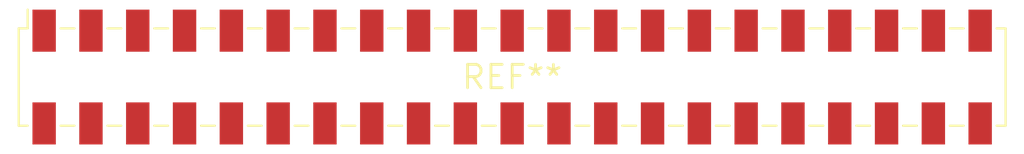
<source format=kicad_pcb>
(kicad_pcb (version 20240108) (generator pcbnew)
  (layers (0 "F.Cu" signal) (31 "B.Cu" signal) (34 "B.Paste" user) (35 "F.Paste" user) (36 "B.SilkS" user "B.Silkscreen") (37 "F.SilkS" user "F.Silkscreen") (38 "B.Mask" user) (39 "F.Mask" user) (44 "Edge.Cuts" user))
  (net 0 "")
  (footprint "Samtec_HLE-121-02-xxx-DV_2x21_P2.54mm_Horizontal" (layer "F.Cu") (at 0 0)
    (property "Reference" "REF**")
    (property "Value" "Samtec_HLE-121-02-xxx-DV_2x21_P2.54mm_Horizontal")
    (fp_line (start -26.78 -2.65) (end -26.78 2.65) (layer "F.SilkS") (stroke (width 0.12)))
    (fp_line (start -26.78 2.65) (end -26.295 2.65) (layer "F.SilkS") (stroke (width 0.12)))
    (fp_line (start -26.295 -3.67) (end -26.295 -2.65) (layer "F.SilkS") (stroke (width 0.12)))
    (fp_line (start -26.295 -2.65) (end -26.78 -2.65) (layer "F.SilkS") (stroke (width 0.12)))
    (fp_line (start -24.505 -2.65) (end -23.755 -2.65) (layer "F.SilkS") (stroke (width 0.12)))
    (fp_line (start -24.505 2.65) (end -23.755 2.65) (layer "F.SilkS") (stroke (width 0.12)))
    (fp_line (start -21.965 -2.65) (end -21.215 -2.65) (layer "F.SilkS") (stroke (width 0.12)))
    (fp_line (start -21.965 2.65) (end -21.215 2.65) (layer "F.SilkS") (stroke (width 0.12)))
    (fp_line (start -19.425 -2.65) (end -18.675 -2.65) (layer "F.SilkS") (stroke (width 0.12)))
    (fp_line (start -19.425 2.65) (end -18.675 2.65) (layer "F.SilkS") (stroke (width 0.12)))
    (fp_line (start -16.885 -2.65) (end -16.135 -2.65) (layer "F.SilkS") (stroke (width 0.12)))
    (fp_line (start -16.885 2.65) (end -16.135 2.65) (layer "F.SilkS") (stroke (width 0.12)))
    (fp_line (start -14.345 -2.65) (end -13.595 -2.65) (layer "F.SilkS") (stroke (width 0.12)))
    (fp_line (start -14.345 2.65) (end -13.595 2.65) (layer "F.SilkS") (stroke (width 0.12)))
    (fp_line (start -11.805 -2.65) (end -11.055 -2.65) (layer "F.SilkS") (stroke (width 0.12)))
    (fp_line (start -11.805 2.65) (end -11.055 2.65) (layer "F.SilkS") (stroke (width 0.12)))
    (fp_line (start -9.265 -2.65) (end -8.515 -2.65) (layer "F.SilkS") (stroke (width 0.12)))
    (fp_line (start -9.265 2.65) (end -8.515 2.65) (layer "F.SilkS") (stroke (width 0.12)))
    (fp_line (start -6.725 -2.65) (end -5.975 -2.65) (layer "F.SilkS") (stroke (width 0.12)))
    (fp_line (start -6.725 2.65) (end -5.975 2.65) (layer "F.SilkS") (stroke (width 0.12)))
    (fp_line (start -4.185 -2.65) (end -3.435 -2.65) (layer "F.SilkS") (stroke (width 0.12)))
    (fp_line (start -4.185 2.65) (end -3.435 2.65) (layer "F.SilkS") (stroke (width 0.12)))
    (fp_line (start -1.645 -2.65) (end -0.895 -2.65) (layer "F.SilkS") (stroke (width 0.12)))
    (fp_line (start -1.645 2.65) (end -0.895 2.65) (layer "F.SilkS") (stroke (width 0.12)))
    (fp_line (start 0.895 -2.65) (end 1.645 -2.65) (layer "F.SilkS") (stroke (width 0.12)))
    (fp_line (start 0.895 2.65) (end 1.645 2.65) (layer "F.SilkS") (stroke (width 0.12)))
    (fp_line (start 3.435 -2.65) (end 4.185 -2.65) (layer "F.SilkS") (stroke (width 0.12)))
    (fp_line (start 3.435 2.65) (end 4.185 2.65) (layer "F.SilkS") (stroke (width 0.12)))
    (fp_line (start 5.975 -2.65) (end 6.725 -2.65) (layer "F.SilkS") (stroke (width 0.12)))
    (fp_line (start 5.975 2.65) (end 6.725 2.65) (layer "F.SilkS") (stroke (width 0.12)))
    (fp_line (start 8.515 -2.65) (end 9.265 -2.65) (layer "F.SilkS") (stroke (width 0.12)))
    (fp_line (start 8.515 2.65) (end 9.265 2.65) (layer "F.SilkS") (stroke (width 0.12)))
    (fp_line (start 11.055 -2.65) (end 11.805 -2.65) (layer "F.SilkS") (stroke (width 0.12)))
    (fp_line (start 11.055 2.65) (end 11.805 2.65) (layer "F.SilkS") (stroke (width 0.12)))
    (fp_line (start 13.595 -2.65) (end 14.345 -2.65) (layer "F.SilkS") (stroke (width 0.12)))
    (fp_line (start 13.595 2.65) (end 14.345 2.65) (layer "F.SilkS") (stroke (width 0.12)))
    (fp_line (start 16.135 -2.65) (end 16.885 -2.65) (layer "F.SilkS") (stroke (width 0.12)))
    (fp_line (start 16.135 2.65) (end 16.885 2.65) (layer "F.SilkS") (stroke (width 0.12)))
    (fp_line (start 18.675 -2.65) (end 19.425 -2.65) (layer "F.SilkS") (stroke (width 0.12)))
    (fp_line (start 18.675 2.65) (end 19.425 2.65) (layer "F.SilkS") (stroke (width 0.12)))
    (fp_line (start 21.215 -2.65) (end 21.965 -2.65) (layer "F.SilkS") (stroke (width 0.12)))
    (fp_line (start 21.215 2.65) (end 21.965 2.65) (layer "F.SilkS") (stroke (width 0.12)))
    (fp_line (start 23.755 -2.65) (end 24.505 -2.65) (layer "F.SilkS") (stroke (width 0.12)))
    (fp_line (start 23.755 2.65) (end 24.505 2.65) (layer "F.SilkS") (stroke (width 0.12)))
    (fp_line (start 26.295 -2.65) (end 26.78 -2.65) (layer "F.SilkS") (stroke (width 0.12)))
    (fp_line (start 26.78 -2.65) (end 26.78 2.65) (layer "F.SilkS") (stroke (width 0.12)))
    (fp_line (start 26.78 2.65) (end 26.295 2.65) (layer "F.SilkS") (stroke (width 0.12)))
    (pad "1" smd rect (at -25.4 -2.525) (size 1.27 2.29) (layers "F.Cu" "F.Paste" "F.Mask"))
    (pad "2" smd rect (at -25.4 2.525) (size 1.27 2.29) (layers "F.Cu" "F.Paste" "F.Mask"))
    (pad "3" smd rect (at -22.86 -2.525) (size 1.27 2.29) (layers "F.Cu" "F.Paste" "F.Mask"))
    (pad "4" smd rect (at -22.86 2.525) (size 1.27 2.29) (layers "F.Cu" "F.Paste" "F.Mask"))
    (pad "5" smd rect (at -20.32 -2.525) (size 1.27 2.29) (layers "F.Cu" "F.Paste" "F.Mask"))
    (pad "6" smd rect (at -20.32 2.525) (size 1.27 2.29) (layers "F.Cu" "F.Paste" "F.Mask"))
    (pad "7" smd rect (at -17.78 -2.525) (size 1.27 2.29) (layers "F.Cu" "F.Paste" "F.Mask"))
    (pad "8" smd rect (at -17.78 2.525) (size 1.27 2.29) (layers "F.Cu" "F.Paste" "F.Mask"))
    (pad "9" smd rect (at -15.24 -2.525) (size 1.27 2.29) (layers "F.Cu" "F.Paste" "F.Mask"))
    (pad "10" smd rect (at -15.24 2.525) (size 1.27 2.29) (layers "F.Cu" "F.Paste" "F.Mask"))
    (pad "11" smd rect (at -12.7 -2.525) (size 1.27 2.29) (layers "F.Cu" "F.Paste" "F.Mask"))
    (pad "12" smd rect (at -12.7 2.525) (size 1.27 2.29) (layers "F.Cu" "F.Paste" "F.Mask"))
    (pad "13" smd rect (at -10.16 -2.525) (size 1.27 2.29) (layers "F.Cu" "F.Paste" "F.Mask"))
    (pad "14" smd rect (at -10.16 2.525) (size 1.27 2.29) (layers "F.Cu" "F.Paste" "F.Mask"))
    (pad "15" smd rect (at -7.62 -2.525) (size 1.27 2.29) (layers "F.Cu" "F.Paste" "F.Mask"))
    (pad "16" smd rect (at -7.62 2.525) (size 1.27 2.29) (layers "F.Cu" "F.Paste" "F.Mask"))
    (pad "17" smd rect (at -5.08 -2.525) (size 1.27 2.29) (layers "F.Cu" "F.Paste" "F.Mask"))
    (pad "18" smd rect (at -5.08 2.525) (size 1.27 2.29) (layers "F.Cu" "F.Paste" "F.Mask"))
    (pad "19" smd rect (at -2.54 -2.525) (size 1.27 2.29) (layers "F.Cu" "F.Paste" "F.Mask"))
    (pad "20" smd rect (at -2.54 2.525) (size 1.27 2.29) (layers "F.Cu" "F.Paste" "F.Mask"))
    (pad "21" smd rect (at 0 -2.525) (size 1.27 2.29) (layers "F.Cu" "F.Paste" "F.Mask"))
    (pad "22" smd rect (at 0 2.525) (size 1.27 2.29) (layers "F.Cu" "F.Paste" "F.Mask"))
    (pad "23" smd rect (at 2.54 -2.525) (size 1.27 2.29) (layers "F.Cu" "F.Paste" "F.Mask"))
    (pad "24" smd rect (at 2.54 2.525) (size 1.27 2.29) (layers "F.Cu" "F.Paste" "F.Mask"))
    (pad "25" smd rect (at 5.08 -2.525) (size 1.27 2.29) (layers "F.Cu" "F.Paste" "F.Mask"))
    (pad "26" smd rect (at 5.08 2.525) (size 1.27 2.29) (layers "F.Cu" "F.Paste" "F.Mask"))
    (pad "27" smd rect (at 7.62 -2.525) (size 1.27 2.29) (layers "F.Cu" "F.Paste" "F.Mask"))
    (pad "28" smd rect (at 7.62 2.525) (size 1.27 2.29) (layers "F.Cu" "F.Paste" "F.Mask"))
    (pad "29" smd rect (at 10.16 -2.525) (size 1.27 2.29) (layers "F.Cu" "F.Paste" "F.Mask"))
    (pad "30" smd rect (at 10.16 2.525) (size 1.27 2.29) (layers "F.Cu" "F.Paste" "F.Mask"))
    (pad "31" smd rect (at 12.7 -2.525) (size 1.27 2.29) (layers "F.Cu" "F.Paste" "F.Mask"))
    (pad "32" smd rect (at 12.7 2.525) (size 1.27 2.29) (layers "F.Cu" "F.Paste" "F.Mask"))
    (pad "33" smd rect (at 15.24 -2.525) (size 1.27 2.29) (layers "F.Cu" "F.Paste" "F.Mask"))
    (pad "34" smd rect (at 15.24 2.525) (size 1.27 2.29) (layers "F.Cu" "F.Paste" "F.Mask"))
    (pad "35" smd rect (at 17.78 -2.525) (size 1.27 2.29) (layers "F.Cu" "F.Paste" "F.Mask"))
    (pad "36" smd rect (at 17.78 2.525) (size 1.27 2.29) (layers "F.Cu" "F.Paste" "F.Mask"))
    (pad "37" smd rect (at 20.32 -2.525) (size 1.27 2.29) (layers "F.Cu" "F.Paste" "F.Mask"))
    (pad "38" smd rect (at 20.32 2.525) (size 1.27 2.29) (layers "F.Cu" "F.Paste" "F.Mask"))
    (pad "39" smd rect (at 22.86 -2.525) (size 1.27 2.29) (layers "F.Cu" "F.Paste" "F.Mask"))
    (pad "40" smd rect (at 22.86 2.525) (size 1.27 2.29) (layers "F.Cu" "F.Paste" "F.Mask"))
    (pad "41" smd rect (at 25.4 -2.525) (size 1.27 2.29) (layers "F.Cu" "F.Paste" "F.Mask"))
    (pad "42" smd rect (at 25.4 2.525) (size 1.27 2.29) (layers "F.Cu" "F.Paste" "F.Mask"))
  )
)
</source>
